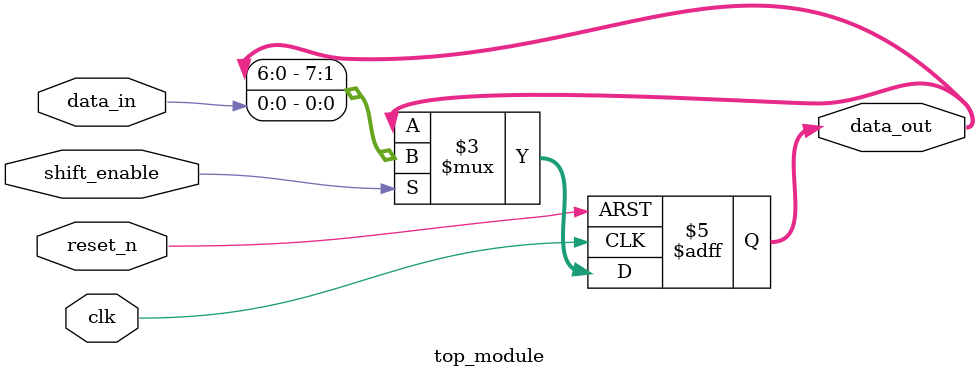
<source format=sv>
module top_module(
    input wire clk,
    input wire reset_n,
    input wire data_in,
    input wire shift_enable,
    output reg [7:0] data_out
);

always @(posedge clk or negedge reset_n) begin
    if (!reset_n) begin
        data_out <= 8'b0;
    end else if (shift_enable) begin
        data_out <= {data_out[6:0], data_in};
    end
end

endmodule

</source>
